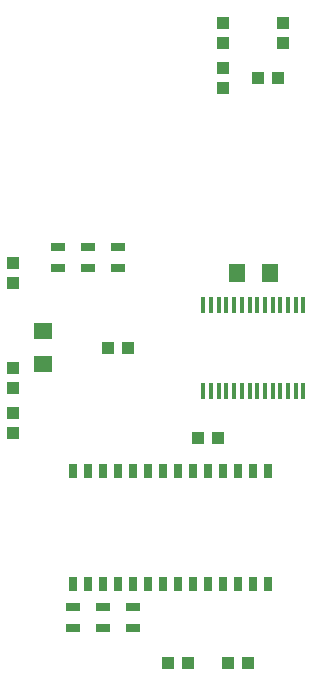
<source format=gtp>
G75*
G70*
%OFA0B0*%
%FSLAX24Y24*%
%IPPOS*%
%LPD*%
%AMOC8*
5,1,8,0,0,1.08239X$1,22.5*
%
%ADD10R,0.0300X0.0500*%
%ADD11R,0.0433X0.0394*%
%ADD12R,0.0551X0.0630*%
%ADD13R,0.0394X0.0433*%
%ADD14R,0.0137X0.0550*%
%ADD15R,0.0630X0.0551*%
%ADD16R,0.0472X0.0315*%
D10*
X026101Y016719D03*
X026601Y016719D03*
X027101Y016719D03*
X027601Y016719D03*
X028101Y016719D03*
X028601Y016719D03*
X029101Y016719D03*
X029601Y016719D03*
X030101Y016719D03*
X030601Y016719D03*
X031101Y016719D03*
X031601Y016719D03*
X032101Y016719D03*
X032601Y016719D03*
X032601Y020483D03*
X032101Y020483D03*
X031601Y020483D03*
X031101Y020483D03*
X030601Y020483D03*
X030101Y020483D03*
X029601Y020483D03*
X029101Y020483D03*
X028601Y020483D03*
X028101Y020483D03*
X027601Y020483D03*
X027101Y020483D03*
X026601Y020483D03*
X026101Y020483D03*
D11*
X030266Y021601D03*
X030935Y021601D03*
X027935Y024601D03*
X027266Y024601D03*
X032266Y033601D03*
X032935Y033601D03*
X031935Y014101D03*
X031266Y014101D03*
X029935Y014101D03*
X029266Y014101D03*
D12*
X031550Y027101D03*
X032652Y027101D03*
D13*
X024101Y026766D03*
X024101Y027435D03*
X024101Y023935D03*
X024101Y023266D03*
X024101Y022435D03*
X024101Y021766D03*
X031101Y033266D03*
X031101Y033935D03*
X031101Y034766D03*
X031101Y035435D03*
X033101Y035435D03*
X033101Y034766D03*
D14*
X032996Y026040D03*
X032741Y026040D03*
X032485Y026040D03*
X032229Y026040D03*
X031973Y026040D03*
X031717Y026040D03*
X031461Y026040D03*
X031205Y026040D03*
X030949Y026040D03*
X030693Y026040D03*
X030437Y026040D03*
X033252Y026040D03*
X033508Y026040D03*
X033764Y026040D03*
X033764Y023161D03*
X033508Y023161D03*
X033252Y023161D03*
X032996Y023161D03*
X032741Y023161D03*
X032485Y023161D03*
X032229Y023161D03*
X031973Y023161D03*
X031717Y023161D03*
X031461Y023161D03*
X031205Y023161D03*
X030949Y023161D03*
X030693Y023161D03*
X030437Y023161D03*
D15*
X025101Y024050D03*
X025101Y025152D03*
D16*
X026101Y015246D03*
X027101Y015246D03*
X027101Y015955D03*
X026101Y015955D03*
X028101Y015955D03*
X028101Y015246D03*
X027601Y027246D03*
X026601Y027246D03*
X026601Y027955D03*
X027601Y027955D03*
X025601Y027955D03*
X025601Y027246D03*
M02*

</source>
